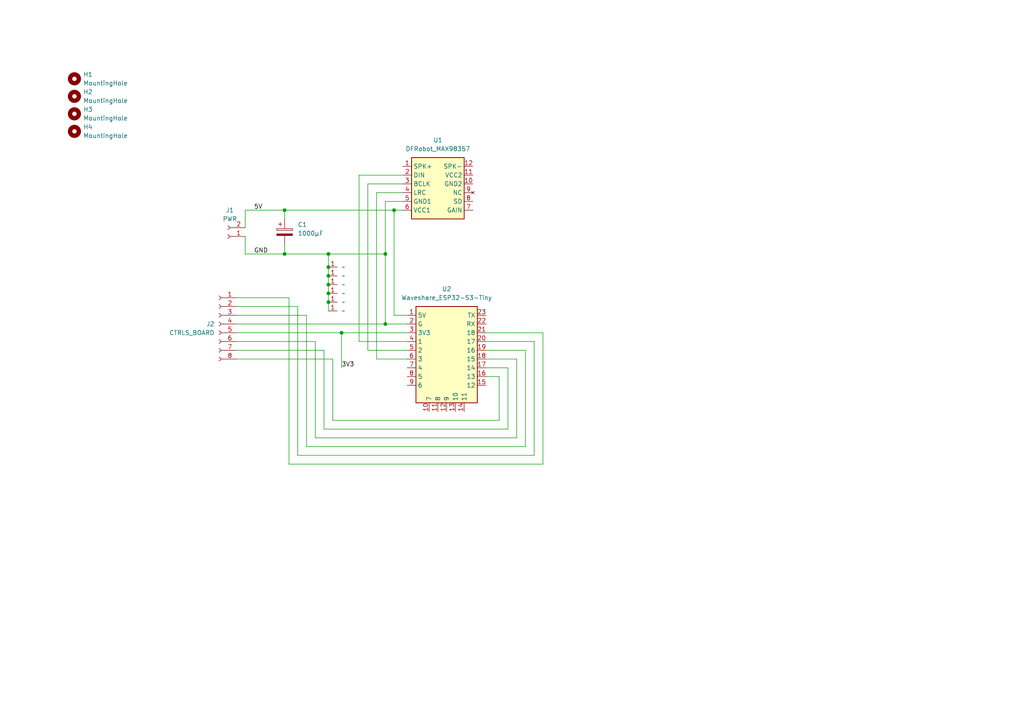
<source format=kicad_sch>
(kicad_sch
	(version 20250114)
	(generator "eeschema")
	(generator_version "9.0")
	(uuid "5d161dc1-54ae-4b00-a0d5-234581851ead")
	(paper "A4")
	(lib_symbols
		(symbol "Connector:Conn_01x02_Socket"
			(pin_names
				(offset 1.016)
				(hide yes)
			)
			(exclude_from_sim no)
			(in_bom yes)
			(on_board yes)
			(property "Reference" "J"
				(at 0 2.54 0)
				(effects
					(font
						(size 1.27 1.27)
					)
				)
			)
			(property "Value" "Conn_01x02_Socket"
				(at 0 -5.08 0)
				(effects
					(font
						(size 1.27 1.27)
					)
				)
			)
			(property "Footprint" ""
				(at 0 0 0)
				(effects
					(font
						(size 1.27 1.27)
					)
					(hide yes)
				)
			)
			(property "Datasheet" "~"
				(at 0 0 0)
				(effects
					(font
						(size 1.27 1.27)
					)
					(hide yes)
				)
			)
			(property "Description" "Generic connector, single row, 01x02, script generated"
				(at 0 0 0)
				(effects
					(font
						(size 1.27 1.27)
					)
					(hide yes)
				)
			)
			(property "ki_locked" ""
				(at 0 0 0)
				(effects
					(font
						(size 1.27 1.27)
					)
				)
			)
			(property "ki_keywords" "connector"
				(at 0 0 0)
				(effects
					(font
						(size 1.27 1.27)
					)
					(hide yes)
				)
			)
			(property "ki_fp_filters" "Connector*:*_1x??_*"
				(at 0 0 0)
				(effects
					(font
						(size 1.27 1.27)
					)
					(hide yes)
				)
			)
			(symbol "Conn_01x02_Socket_1_1"
				(polyline
					(pts
						(xy -1.27 0) (xy -0.508 0)
					)
					(stroke
						(width 0.1524)
						(type default)
					)
					(fill
						(type none)
					)
				)
				(polyline
					(pts
						(xy -1.27 -2.54) (xy -0.508 -2.54)
					)
					(stroke
						(width 0.1524)
						(type default)
					)
					(fill
						(type none)
					)
				)
				(arc
					(start 0 -0.508)
					(mid -0.5058 0)
					(end 0 0.508)
					(stroke
						(width 0.1524)
						(type default)
					)
					(fill
						(type none)
					)
				)
				(arc
					(start 0 -3.048)
					(mid -0.5058 -2.54)
					(end 0 -2.032)
					(stroke
						(width 0.1524)
						(type default)
					)
					(fill
						(type none)
					)
				)
				(pin passive line
					(at -5.08 0 0)
					(length 3.81)
					(name "Pin_1"
						(effects
							(font
								(size 1.27 1.27)
							)
						)
					)
					(number "1"
						(effects
							(font
								(size 1.27 1.27)
							)
						)
					)
				)
				(pin passive line
					(at -5.08 -2.54 0)
					(length 3.81)
					(name "Pin_2"
						(effects
							(font
								(size 1.27 1.27)
							)
						)
					)
					(number "2"
						(effects
							(font
								(size 1.27 1.27)
							)
						)
					)
				)
			)
			(embedded_fonts no)
		)
		(symbol "Connector:Conn_01x08_Socket"
			(pin_names
				(offset 1.016)
				(hide yes)
			)
			(exclude_from_sim no)
			(in_bom yes)
			(on_board yes)
			(property "Reference" "J"
				(at 0 10.16 0)
				(effects
					(font
						(size 1.27 1.27)
					)
				)
			)
			(property "Value" "Conn_01x08_Socket"
				(at 0 -12.7 0)
				(effects
					(font
						(size 1.27 1.27)
					)
				)
			)
			(property "Footprint" ""
				(at 0 0 0)
				(effects
					(font
						(size 1.27 1.27)
					)
					(hide yes)
				)
			)
			(property "Datasheet" "~"
				(at 0 0 0)
				(effects
					(font
						(size 1.27 1.27)
					)
					(hide yes)
				)
			)
			(property "Description" "Generic connector, single row, 01x08, script generated"
				(at 0 0 0)
				(effects
					(font
						(size 1.27 1.27)
					)
					(hide yes)
				)
			)
			(property "ki_locked" ""
				(at 0 0 0)
				(effects
					(font
						(size 1.27 1.27)
					)
				)
			)
			(property "ki_keywords" "connector"
				(at 0 0 0)
				(effects
					(font
						(size 1.27 1.27)
					)
					(hide yes)
				)
			)
			(property "ki_fp_filters" "Connector*:*_1x??_*"
				(at 0 0 0)
				(effects
					(font
						(size 1.27 1.27)
					)
					(hide yes)
				)
			)
			(symbol "Conn_01x08_Socket_1_1"
				(polyline
					(pts
						(xy -1.27 7.62) (xy -0.508 7.62)
					)
					(stroke
						(width 0.1524)
						(type default)
					)
					(fill
						(type none)
					)
				)
				(polyline
					(pts
						(xy -1.27 5.08) (xy -0.508 5.08)
					)
					(stroke
						(width 0.1524)
						(type default)
					)
					(fill
						(type none)
					)
				)
				(polyline
					(pts
						(xy -1.27 2.54) (xy -0.508 2.54)
					)
					(stroke
						(width 0.1524)
						(type default)
					)
					(fill
						(type none)
					)
				)
				(polyline
					(pts
						(xy -1.27 0) (xy -0.508 0)
					)
					(stroke
						(width 0.1524)
						(type default)
					)
					(fill
						(type none)
					)
				)
				(polyline
					(pts
						(xy -1.27 -2.54) (xy -0.508 -2.54)
					)
					(stroke
						(width 0.1524)
						(type default)
					)
					(fill
						(type none)
					)
				)
				(polyline
					(pts
						(xy -1.27 -5.08) (xy -0.508 -5.08)
					)
					(stroke
						(width 0.1524)
						(type default)
					)
					(fill
						(type none)
					)
				)
				(polyline
					(pts
						(xy -1.27 -7.62) (xy -0.508 -7.62)
					)
					(stroke
						(width 0.1524)
						(type default)
					)
					(fill
						(type none)
					)
				)
				(polyline
					(pts
						(xy -1.27 -10.16) (xy -0.508 -10.16)
					)
					(stroke
						(width 0.1524)
						(type default)
					)
					(fill
						(type none)
					)
				)
				(arc
					(start 0 7.112)
					(mid -0.5058 7.62)
					(end 0 8.128)
					(stroke
						(width 0.1524)
						(type default)
					)
					(fill
						(type none)
					)
				)
				(arc
					(start 0 4.572)
					(mid -0.5058 5.08)
					(end 0 5.588)
					(stroke
						(width 0.1524)
						(type default)
					)
					(fill
						(type none)
					)
				)
				(arc
					(start 0 2.032)
					(mid -0.5058 2.54)
					(end 0 3.048)
					(stroke
						(width 0.1524)
						(type default)
					)
					(fill
						(type none)
					)
				)
				(arc
					(start 0 -0.508)
					(mid -0.5058 0)
					(end 0 0.508)
					(stroke
						(width 0.1524)
						(type default)
					)
					(fill
						(type none)
					)
				)
				(arc
					(start 0 -3.048)
					(mid -0.5058 -2.54)
					(end 0 -2.032)
					(stroke
						(width 0.1524)
						(type default)
					)
					(fill
						(type none)
					)
				)
				(arc
					(start 0 -5.588)
					(mid -0.5058 -5.08)
					(end 0 -4.572)
					(stroke
						(width 0.1524)
						(type default)
					)
					(fill
						(type none)
					)
				)
				(arc
					(start 0 -8.128)
					(mid -0.5058 -7.62)
					(end 0 -7.112)
					(stroke
						(width 0.1524)
						(type default)
					)
					(fill
						(type none)
					)
				)
				(arc
					(start 0 -10.668)
					(mid -0.5058 -10.16)
					(end 0 -9.652)
					(stroke
						(width 0.1524)
						(type default)
					)
					(fill
						(type none)
					)
				)
				(pin passive line
					(at -5.08 7.62 0)
					(length 3.81)
					(name "Pin_1"
						(effects
							(font
								(size 1.27 1.27)
							)
						)
					)
					(number "1"
						(effects
							(font
								(size 1.27 1.27)
							)
						)
					)
				)
				(pin passive line
					(at -5.08 5.08 0)
					(length 3.81)
					(name "Pin_2"
						(effects
							(font
								(size 1.27 1.27)
							)
						)
					)
					(number "2"
						(effects
							(font
								(size 1.27 1.27)
							)
						)
					)
				)
				(pin passive line
					(at -5.08 2.54 0)
					(length 3.81)
					(name "Pin_3"
						(effects
							(font
								(size 1.27 1.27)
							)
						)
					)
					(number "3"
						(effects
							(font
								(size 1.27 1.27)
							)
						)
					)
				)
				(pin passive line
					(at -5.08 0 0)
					(length 3.81)
					(name "Pin_4"
						(effects
							(font
								(size 1.27 1.27)
							)
						)
					)
					(number "4"
						(effects
							(font
								(size 1.27 1.27)
							)
						)
					)
				)
				(pin passive line
					(at -5.08 -2.54 0)
					(length 3.81)
					(name "Pin_5"
						(effects
							(font
								(size 1.27 1.27)
							)
						)
					)
					(number "5"
						(effects
							(font
								(size 1.27 1.27)
							)
						)
					)
				)
				(pin passive line
					(at -5.08 -5.08 0)
					(length 3.81)
					(name "Pin_6"
						(effects
							(font
								(size 1.27 1.27)
							)
						)
					)
					(number "6"
						(effects
							(font
								(size 1.27 1.27)
							)
						)
					)
				)
				(pin passive line
					(at -5.08 -7.62 0)
					(length 3.81)
					(name "Pin_7"
						(effects
							(font
								(size 1.27 1.27)
							)
						)
					)
					(number "7"
						(effects
							(font
								(size 1.27 1.27)
							)
						)
					)
				)
				(pin passive line
					(at -5.08 -10.16 0)
					(length 3.81)
					(name "Pin_8"
						(effects
							(font
								(size 1.27 1.27)
							)
						)
					)
					(number "8"
						(effects
							(font
								(size 1.27 1.27)
							)
						)
					)
				)
			)
			(embedded_fonts no)
		)
		(symbol "Custom Symbols:DFRobot_MAX98357"
			(exclude_from_sim no)
			(in_bom yes)
			(on_board yes)
			(property "Reference" "U"
				(at -7.62 19.05 0)
				(effects
					(font
						(size 1.27 1.27)
					)
				)
			)
			(property "Value" "DFRobot_MAX98357"
				(at 7.62 19.05 0)
				(effects
					(font
						(size 1.27 1.27)
					)
				)
			)
			(property "Footprint" "Custom Footprints:DFRobot_MAX98357"
				(at 0 0 0)
				(effects
					(font
						(size 1.27 1.27)
					)
					(hide yes)
				)
			)
			(property "Datasheet" ""
				(at 0 0 0)
				(effects
					(font
						(size 1.27 1.27)
					)
					(hide yes)
				)
			)
			(property "Description" ""
				(at 0 0 0)
				(effects
					(font
						(size 1.27 1.27)
					)
					(hide yes)
				)
			)
			(symbol "DFRobot_MAX98357_0_1"
				(rectangle
					(start -7.62 17.78)
					(end 7.62 0)
					(stroke
						(width 0.254)
						(type default)
					)
					(fill
						(type background)
					)
				)
			)
			(symbol "DFRobot_MAX98357_1_1"
				(pin output line
					(at -10.16 15.24 0)
					(length 2.54)
					(name "SPK+"
						(effects
							(font
								(size 1.27 1.27)
							)
						)
					)
					(number "1"
						(effects
							(font
								(size 1.27 1.27)
							)
						)
					)
				)
				(pin input line
					(at -10.16 12.7 0)
					(length 2.54)
					(name "DIN"
						(effects
							(font
								(size 1.27 1.27)
							)
						)
					)
					(number "2"
						(effects
							(font
								(size 1.27 1.27)
							)
						)
					)
				)
				(pin input line
					(at -10.16 10.16 0)
					(length 2.54)
					(name "BCLK"
						(effects
							(font
								(size 1.27 1.27)
							)
						)
					)
					(number "3"
						(effects
							(font
								(size 1.27 1.27)
							)
						)
					)
				)
				(pin input line
					(at -10.16 7.62 0)
					(length 2.54)
					(name "LRC"
						(effects
							(font
								(size 1.27 1.27)
							)
						)
					)
					(number "4"
						(effects
							(font
								(size 1.27 1.27)
							)
						)
					)
				)
				(pin power_in line
					(at -10.16 5.08 0)
					(length 2.54)
					(name "GND1"
						(effects
							(font
								(size 1.27 1.27)
							)
						)
					)
					(number "5"
						(effects
							(font
								(size 1.27 1.27)
							)
						)
					)
				)
				(pin power_in line
					(at -10.16 2.54 0)
					(length 2.54)
					(name "VCC1"
						(effects
							(font
								(size 1.27 1.27)
							)
						)
					)
					(number "6"
						(effects
							(font
								(size 1.27 1.27)
							)
						)
					)
				)
				(pin output line
					(at 10.16 15.24 180)
					(length 2.54)
					(name "SPK-"
						(effects
							(font
								(size 1.27 1.27)
							)
						)
					)
					(number "12"
						(effects
							(font
								(size 1.27 1.27)
							)
						)
					)
				)
				(pin power_in line
					(at 10.16 12.7 180)
					(length 2.54)
					(name "VCC2"
						(effects
							(font
								(size 1.27 1.27)
							)
						)
					)
					(number "11"
						(effects
							(font
								(size 1.27 1.27)
							)
						)
					)
				)
				(pin power_in line
					(at 10.16 10.16 180)
					(length 2.54)
					(name "GND2"
						(effects
							(font
								(size 1.27 1.27)
							)
						)
					)
					(number "10"
						(effects
							(font
								(size 1.27 1.27)
							)
						)
					)
				)
				(pin no_connect line
					(at 10.16 7.62 180)
					(length 2.54)
					(name "NC"
						(effects
							(font
								(size 1.27 1.27)
							)
						)
					)
					(number "9"
						(effects
							(font
								(size 1.27 1.27)
							)
						)
					)
				)
				(pin input line
					(at 10.16 5.08 180)
					(length 2.54)
					(name "SD"
						(effects
							(font
								(size 1.27 1.27)
							)
						)
					)
					(number "8"
						(effects
							(font
								(size 1.27 1.27)
							)
						)
					)
				)
				(pin input line
					(at 10.16 2.54 180)
					(length 2.54)
					(name "GAIN"
						(effects
							(font
								(size 1.27 1.27)
							)
						)
					)
					(number "7"
						(effects
							(font
								(size 1.27 1.27)
							)
						)
					)
				)
			)
			(embedded_fonts no)
		)
		(symbol "Custom Symbols:Solder_pad"
			(exclude_from_sim no)
			(in_bom yes)
			(on_board yes)
			(property "Reference" "U"
				(at 0 0 0)
				(effects
					(font
						(size 1.27 1.27)
					)
					(hide yes)
				)
			)
			(property "Value" ""
				(at 0 0 0)
				(effects
					(font
						(size 1.27 1.27)
					)
				)
			)
			(property "Footprint" "Custom Footprints:Solder pad 1.6x3.3mm"
				(at 0 0 0)
				(effects
					(font
						(size 1.27 1.27)
					)
					(hide yes)
				)
			)
			(property "Datasheet" ""
				(at 0 0 0)
				(effects
					(font
						(size 1.27 1.27)
					)
					(hide yes)
				)
			)
			(property "Description" ""
				(at 0 0 0)
				(effects
					(font
						(size 1.27 1.27)
					)
					(hide yes)
				)
			)
			(symbol "Solder_pad_1_1"
				(pin power_in line
					(at 0 0 0)
					(length 2.54)
					(name ""
						(effects
							(font
								(size 1.27 1.27)
							)
						)
					)
					(number "1"
						(effects
							(font
								(size 1.27 1.27)
							)
						)
					)
				)
			)
			(embedded_fonts no)
		)
		(symbol "Custom Symbols:Waveshare_ESP32-S3-Tiny"
			(exclude_from_sim no)
			(in_bom yes)
			(on_board yes)
			(property "Reference" "U"
				(at -8.382 29.972 0)
				(effects
					(font
						(size 1.27 1.27)
					)
				)
			)
			(property "Value" "Waveshare_ESP32-S3-Tiny"
				(at 8.89 29.972 0)
				(effects
					(font
						(size 1.27 1.27)
					)
				)
			)
			(property "Footprint" "Custom Footprints:Waveshare_ESP32-S3-Tiny"
				(at 1.27 2.54 0)
				(effects
					(font
						(size 1.27 1.27)
					)
					(hide yes)
				)
			)
			(property "Datasheet" ""
				(at 1.27 2.54 0)
				(effects
					(font
						(size 1.27 1.27)
					)
					(hide yes)
				)
			)
			(property "Description" ""
				(at 1.27 2.54 0)
				(effects
					(font
						(size 1.27 1.27)
					)
					(hide yes)
				)
			)
			(symbol "Waveshare_ESP32-S3-Tiny_0_1"
				(rectangle
					(start -8.89 27.94)
					(end 8.89 0)
					(stroke
						(width 0.254)
						(type default)
					)
					(fill
						(type background)
					)
				)
			)
			(symbol "Waveshare_ESP32-S3-Tiny_1_1"
				(pin power_in line
					(at -11.43 25.4 0)
					(length 2.54)
					(name "5V"
						(effects
							(font
								(size 1.27 1.27)
							)
						)
					)
					(number "1"
						(effects
							(font
								(size 1.27 1.27)
							)
						)
					)
				)
				(pin power_in line
					(at -11.43 22.86 0)
					(length 2.54)
					(name "G"
						(effects
							(font
								(size 1.27 1.27)
							)
						)
					)
					(number "2"
						(effects
							(font
								(size 1.27 1.27)
							)
						)
					)
				)
				(pin power_out line
					(at -11.43 20.32 0)
					(length 2.54)
					(name "3V3"
						(effects
							(font
								(size 1.27 1.27)
							)
						)
					)
					(number "3"
						(effects
							(font
								(size 1.27 1.27)
							)
						)
					)
				)
				(pin bidirectional line
					(at -11.43 17.78 0)
					(length 2.54)
					(name "1"
						(effects
							(font
								(size 1.27 1.27)
							)
						)
					)
					(number "4"
						(effects
							(font
								(size 1.27 1.27)
							)
						)
					)
				)
				(pin bidirectional line
					(at -11.43 15.24 0)
					(length 2.54)
					(name "2"
						(effects
							(font
								(size 1.27 1.27)
							)
						)
					)
					(number "5"
						(effects
							(font
								(size 1.27 1.27)
							)
						)
					)
				)
				(pin bidirectional line
					(at -11.43 12.7 0)
					(length 2.54)
					(name "3"
						(effects
							(font
								(size 1.27 1.27)
							)
						)
					)
					(number "6"
						(effects
							(font
								(size 1.27 1.27)
							)
						)
					)
				)
				(pin bidirectional line
					(at -11.43 10.16 0)
					(length 2.54)
					(name "4"
						(effects
							(font
								(size 1.27 1.27)
							)
						)
					)
					(number "7"
						(effects
							(font
								(size 1.27 1.27)
							)
						)
					)
				)
				(pin bidirectional line
					(at -11.43 7.62 0)
					(length 2.54)
					(name "5"
						(effects
							(font
								(size 1.27 1.27)
							)
						)
					)
					(number "8"
						(effects
							(font
								(size 1.27 1.27)
							)
						)
					)
				)
				(pin bidirectional line
					(at -11.43 5.08 0)
					(length 2.54)
					(name "6"
						(effects
							(font
								(size 1.27 1.27)
							)
						)
					)
					(number "9"
						(effects
							(font
								(size 1.27 1.27)
							)
						)
					)
				)
				(pin bidirectional line
					(at -5.08 -2.54 90)
					(length 2.54)
					(name "7"
						(effects
							(font
								(size 1.27 1.27)
							)
						)
					)
					(number "10"
						(effects
							(font
								(size 1.27 1.27)
							)
						)
					)
				)
				(pin bidirectional line
					(at -2.54 -2.54 90)
					(length 2.54)
					(name "8"
						(effects
							(font
								(size 1.27 1.27)
							)
						)
					)
					(number "11"
						(effects
							(font
								(size 1.27 1.27)
							)
						)
					)
				)
				(pin bidirectional line
					(at 0 -2.54 90)
					(length 2.54)
					(name "9"
						(effects
							(font
								(size 1.27 1.27)
							)
						)
					)
					(number "12"
						(effects
							(font
								(size 1.27 1.27)
							)
						)
					)
				)
				(pin bidirectional line
					(at 2.54 -2.54 90)
					(length 2.54)
					(name "10"
						(effects
							(font
								(size 1.27 1.27)
							)
						)
					)
					(number "13"
						(effects
							(font
								(size 1.27 1.27)
							)
						)
					)
				)
				(pin bidirectional line
					(at 5.08 -2.54 90)
					(length 2.54)
					(name "11"
						(effects
							(font
								(size 1.27 1.27)
							)
						)
					)
					(number "14"
						(effects
							(font
								(size 1.27 1.27)
							)
						)
					)
				)
				(pin output line
					(at 11.43 25.4 180)
					(length 2.54)
					(name "TX"
						(effects
							(font
								(size 1.27 1.27)
							)
						)
					)
					(number "23"
						(effects
							(font
								(size 1.27 1.27)
							)
						)
					)
				)
				(pin input line
					(at 11.43 22.86 180)
					(length 2.54)
					(name "RX"
						(effects
							(font
								(size 1.27 1.27)
							)
						)
					)
					(number "22"
						(effects
							(font
								(size 1.27 1.27)
							)
						)
					)
				)
				(pin bidirectional line
					(at 11.43 20.32 180)
					(length 2.54)
					(name "18"
						(effects
							(font
								(size 1.27 1.27)
							)
						)
					)
					(number "21"
						(effects
							(font
								(size 1.27 1.27)
							)
						)
					)
				)
				(pin bidirectional line
					(at 11.43 17.78 180)
					(length 2.54)
					(name "17"
						(effects
							(font
								(size 1.27 1.27)
							)
						)
					)
					(number "20"
						(effects
							(font
								(size 1.27 1.27)
							)
						)
					)
				)
				(pin bidirectional line
					(at 11.43 15.24 180)
					(length 2.54)
					(name "16"
						(effects
							(font
								(size 1.27 1.27)
							)
						)
					)
					(number "19"
						(effects
							(font
								(size 1.27 1.27)
							)
						)
					)
				)
				(pin bidirectional line
					(at 11.43 12.7 180)
					(length 2.54)
					(name "15"
						(effects
							(font
								(size 1.27 1.27)
							)
						)
					)
					(number "18"
						(effects
							(font
								(size 1.27 1.27)
							)
						)
					)
				)
				(pin bidirectional line
					(at 11.43 10.16 180)
					(length 2.54)
					(name "14"
						(effects
							(font
								(size 1.27 1.27)
							)
						)
					)
					(number "17"
						(effects
							(font
								(size 1.27 1.27)
							)
						)
					)
				)
				(pin bidirectional line
					(at 11.43 7.62 180)
					(length 2.54)
					(name "13"
						(effects
							(font
								(size 1.27 1.27)
							)
						)
					)
					(number "16"
						(effects
							(font
								(size 1.27 1.27)
							)
						)
					)
				)
				(pin bidirectional line
					(at 11.43 5.08 180)
					(length 2.54)
					(name "12"
						(effects
							(font
								(size 1.27 1.27)
							)
						)
					)
					(number "15"
						(effects
							(font
								(size 1.27 1.27)
							)
						)
					)
				)
			)
			(embedded_fonts no)
		)
		(symbol "Device:C_Polarized"
			(pin_numbers
				(hide yes)
			)
			(pin_names
				(offset 0.254)
			)
			(exclude_from_sim no)
			(in_bom yes)
			(on_board yes)
			(property "Reference" "C"
				(at 0.635 2.54 0)
				(effects
					(font
						(size 1.27 1.27)
					)
					(justify left)
				)
			)
			(property "Value" "C_Polarized"
				(at 0.635 -2.54 0)
				(effects
					(font
						(size 1.27 1.27)
					)
					(justify left)
				)
			)
			(property "Footprint" ""
				(at 0.9652 -3.81 0)
				(effects
					(font
						(size 1.27 1.27)
					)
					(hide yes)
				)
			)
			(property "Datasheet" "~"
				(at 0 0 0)
				(effects
					(font
						(size 1.27 1.27)
					)
					(hide yes)
				)
			)
			(property "Description" "Polarized capacitor"
				(at 0 0 0)
				(effects
					(font
						(size 1.27 1.27)
					)
					(hide yes)
				)
			)
			(property "ki_keywords" "cap capacitor"
				(at 0 0 0)
				(effects
					(font
						(size 1.27 1.27)
					)
					(hide yes)
				)
			)
			(property "ki_fp_filters" "CP_*"
				(at 0 0 0)
				(effects
					(font
						(size 1.27 1.27)
					)
					(hide yes)
				)
			)
			(symbol "C_Polarized_0_1"
				(rectangle
					(start -2.286 0.508)
					(end 2.286 1.016)
					(stroke
						(width 0)
						(type default)
					)
					(fill
						(type none)
					)
				)
				(polyline
					(pts
						(xy -1.778 2.286) (xy -0.762 2.286)
					)
					(stroke
						(width 0)
						(type default)
					)
					(fill
						(type none)
					)
				)
				(polyline
					(pts
						(xy -1.27 2.794) (xy -1.27 1.778)
					)
					(stroke
						(width 0)
						(type default)
					)
					(fill
						(type none)
					)
				)
				(rectangle
					(start 2.286 -0.508)
					(end -2.286 -1.016)
					(stroke
						(width 0)
						(type default)
					)
					(fill
						(type outline)
					)
				)
			)
			(symbol "C_Polarized_1_1"
				(pin passive line
					(at 0 3.81 270)
					(length 2.794)
					(name "~"
						(effects
							(font
								(size 1.27 1.27)
							)
						)
					)
					(number "1"
						(effects
							(font
								(size 1.27 1.27)
							)
						)
					)
				)
				(pin passive line
					(at 0 -3.81 90)
					(length 2.794)
					(name "~"
						(effects
							(font
								(size 1.27 1.27)
							)
						)
					)
					(number "2"
						(effects
							(font
								(size 1.27 1.27)
							)
						)
					)
				)
			)
			(embedded_fonts no)
		)
		(symbol "Mechanical:MountingHole"
			(pin_names
				(offset 1.016)
			)
			(exclude_from_sim no)
			(in_bom no)
			(on_board yes)
			(property "Reference" "H"
				(at 0 5.08 0)
				(effects
					(font
						(size 1.27 1.27)
					)
				)
			)
			(property "Value" "MountingHole"
				(at 0 3.175 0)
				(effects
					(font
						(size 1.27 1.27)
					)
				)
			)
			(property "Footprint" ""
				(at 0 0 0)
				(effects
					(font
						(size 1.27 1.27)
					)
					(hide yes)
				)
			)
			(property "Datasheet" "~"
				(at 0 0 0)
				(effects
					(font
						(size 1.27 1.27)
					)
					(hide yes)
				)
			)
			(property "Description" "Mounting Hole without connection"
				(at 0 0 0)
				(effects
					(font
						(size 1.27 1.27)
					)
					(hide yes)
				)
			)
			(property "ki_keywords" "mounting hole"
				(at 0 0 0)
				(effects
					(font
						(size 1.27 1.27)
					)
					(hide yes)
				)
			)
			(property "ki_fp_filters" "MountingHole*"
				(at 0 0 0)
				(effects
					(font
						(size 1.27 1.27)
					)
					(hide yes)
				)
			)
			(symbol "MountingHole_0_1"
				(circle
					(center 0 0)
					(radius 1.27)
					(stroke
						(width 1.27)
						(type default)
					)
					(fill
						(type none)
					)
				)
			)
			(embedded_fonts no)
		)
	)
	(junction
		(at 95.25 73.66)
		(diameter 0)
		(color 0 0 0 0)
		(uuid "0a644f7a-9cf7-474c-9751-4ad6b3a2aeee")
	)
	(junction
		(at 111.76 73.66)
		(diameter 0)
		(color 0 0 0 0)
		(uuid "24948a7c-d8af-4102-a185-f288c0af621e")
	)
	(junction
		(at 95.25 77.47)
		(diameter 0)
		(color 0 0 0 0)
		(uuid "286c9c47-b349-4e1d-a424-19fe3e21ed84")
	)
	(junction
		(at 95.25 80.01)
		(diameter 0)
		(color 0 0 0 0)
		(uuid "2a70532e-debb-488a-a53f-b51d0cc1f98c")
	)
	(junction
		(at 82.55 73.66)
		(diameter 0)
		(color 0 0 0 0)
		(uuid "34110c3c-5102-437a-9282-5f523b992492")
	)
	(junction
		(at 114.3 60.96)
		(diameter 0)
		(color 0 0 0 0)
		(uuid "3f348e82-87ff-4910-bddd-a740403383fa")
	)
	(junction
		(at 95.25 82.55)
		(diameter 0)
		(color 0 0 0 0)
		(uuid "4f1e5459-3e7f-4b54-8343-09242117c55e")
	)
	(junction
		(at 95.25 87.63)
		(diameter 0)
		(color 0 0 0 0)
		(uuid "50833651-b8ed-4c97-a5c9-44666b434bf6")
	)
	(junction
		(at 82.55 60.96)
		(diameter 0)
		(color 0 0 0 0)
		(uuid "81e078f9-2a4c-416b-819d-49fff54e1055")
	)
	(junction
		(at 95.25 85.09)
		(diameter 0)
		(color 0 0 0 0)
		(uuid "a60d095a-cf56-42f1-9a23-7b17a5a0b3e5")
	)
	(junction
		(at 111.76 93.98)
		(diameter 0)
		(color 0 0 0 0)
		(uuid "d364c285-ec72-4adc-a63f-5af170022434")
	)
	(junction
		(at 99.06 96.52)
		(diameter 0)
		(color 0 0 0 0)
		(uuid "ee24207b-ffd8-4ade-83dd-0c388ebf4934")
	)
	(wire
		(pts
			(xy 147.32 106.68) (xy 140.97 106.68)
		)
		(stroke
			(width 0)
			(type default)
		)
		(uuid "0351c2aa-3ae4-4734-96f1-68155fa17f3d")
	)
	(wire
		(pts
			(xy 154.94 99.06) (xy 140.97 99.06)
		)
		(stroke
			(width 0)
			(type default)
		)
		(uuid "0569ec49-4eee-4439-86bd-2f46db630782")
	)
	(wire
		(pts
			(xy 144.78 121.92) (xy 144.78 109.22)
		)
		(stroke
			(width 0)
			(type default)
		)
		(uuid "0a77eaf8-fcdb-4490-90c5-a70047420b95")
	)
	(wire
		(pts
			(xy 93.98 124.46) (xy 93.98 101.6)
		)
		(stroke
			(width 0)
			(type default)
		)
		(uuid "0d471be7-d2de-4c59-9af1-93a5b0bd1181")
	)
	(wire
		(pts
			(xy 82.55 60.96) (xy 82.55 63.5)
		)
		(stroke
			(width 0)
			(type default)
		)
		(uuid "0da5a68c-5017-4164-a84c-1ae5c553ace3")
	)
	(wire
		(pts
			(xy 82.55 73.66) (xy 82.55 71.12)
		)
		(stroke
			(width 0)
			(type default)
		)
		(uuid "0eabc035-3826-4559-b26a-11e49a725529")
	)
	(wire
		(pts
			(xy 116.84 50.8) (xy 104.14 50.8)
		)
		(stroke
			(width 0)
			(type default)
		)
		(uuid "155aa2f6-ebcf-4337-9f60-516323dbde08")
	)
	(wire
		(pts
			(xy 83.82 134.62) (xy 157.48 134.62)
		)
		(stroke
			(width 0)
			(type default)
		)
		(uuid "159033f7-a9dc-4ba0-8700-99f7fe299d97")
	)
	(wire
		(pts
			(xy 95.25 82.55) (xy 95.25 85.09)
		)
		(stroke
			(width 0)
			(type default)
		)
		(uuid "25726f24-3712-43de-9e82-827a228fb9fb")
	)
	(wire
		(pts
			(xy 88.9 91.44) (xy 68.58 91.44)
		)
		(stroke
			(width 0)
			(type default)
		)
		(uuid "323839eb-8d74-4d83-abc4-608eac495aac")
	)
	(wire
		(pts
			(xy 71.12 60.96) (xy 82.55 60.96)
		)
		(stroke
			(width 0)
			(type default)
		)
		(uuid "32c463ca-a066-4363-a192-fd9fd1e7ff56")
	)
	(wire
		(pts
			(xy 149.86 127) (xy 149.86 104.14)
		)
		(stroke
			(width 0)
			(type default)
		)
		(uuid "34d98957-e1cc-4ef1-a60f-bd7dcff2efc5")
	)
	(wire
		(pts
			(xy 109.22 55.88) (xy 109.22 104.14)
		)
		(stroke
			(width 0)
			(type default)
		)
		(uuid "35a22576-5ed7-4a4f-bf0c-b42890615ac4")
	)
	(wire
		(pts
			(xy 99.06 96.52) (xy 118.11 96.52)
		)
		(stroke
			(width 0)
			(type default)
		)
		(uuid "37ef2a73-e62e-4175-9af7-012a75ea8346")
	)
	(wire
		(pts
			(xy 157.48 96.52) (xy 140.97 96.52)
		)
		(stroke
			(width 0)
			(type default)
		)
		(uuid "38754283-7d4e-4ce4-891c-2a3c96599a9b")
	)
	(wire
		(pts
			(xy 93.98 124.46) (xy 147.32 124.46)
		)
		(stroke
			(width 0)
			(type default)
		)
		(uuid "3a1a3004-739e-48dc-90ee-abbb7ff968ee")
	)
	(wire
		(pts
			(xy 118.11 91.44) (xy 114.3 91.44)
		)
		(stroke
			(width 0)
			(type default)
		)
		(uuid "3cbb6f37-92fd-447d-ac53-8cec9d5e629e")
	)
	(wire
		(pts
			(xy 88.9 91.44) (xy 88.9 129.54)
		)
		(stroke
			(width 0)
			(type default)
		)
		(uuid "43d68390-3197-4f7d-878e-07b6a1427501")
	)
	(wire
		(pts
			(xy 86.36 88.9) (xy 86.36 132.08)
		)
		(stroke
			(width 0)
			(type default)
		)
		(uuid "4af17529-70c1-455e-9d4e-1b20ca983ef0")
	)
	(wire
		(pts
			(xy 83.82 86.36) (xy 68.58 86.36)
		)
		(stroke
			(width 0)
			(type default)
		)
		(uuid "4afc50da-1738-452b-9fd7-4477c574062d")
	)
	(wire
		(pts
			(xy 152.4 101.6) (xy 140.97 101.6)
		)
		(stroke
			(width 0)
			(type default)
		)
		(uuid "52b973e6-4fe7-4d7a-9152-58e2c848a54d")
	)
	(wire
		(pts
			(xy 114.3 91.44) (xy 114.3 60.96)
		)
		(stroke
			(width 0)
			(type default)
		)
		(uuid "56f3f6a5-8bc7-40cb-ba62-9230a9ed749d")
	)
	(wire
		(pts
			(xy 96.52 121.92) (xy 96.52 104.14)
		)
		(stroke
			(width 0)
			(type default)
		)
		(uuid "5712da3d-bc24-4018-bf4b-f96e20ff20cc")
	)
	(wire
		(pts
			(xy 91.44 99.06) (xy 68.58 99.06)
		)
		(stroke
			(width 0)
			(type default)
		)
		(uuid "574ca074-31c2-4444-aa3d-08d1a7fbe346")
	)
	(wire
		(pts
			(xy 82.55 73.66) (xy 95.25 73.66)
		)
		(stroke
			(width 0)
			(type default)
		)
		(uuid "619d094e-8059-4db1-8189-3a149e6c844a")
	)
	(wire
		(pts
			(xy 86.36 88.9) (xy 68.58 88.9)
		)
		(stroke
			(width 0)
			(type default)
		)
		(uuid "6a16d107-a3bf-4935-8a43-b09f27bff7f9")
	)
	(wire
		(pts
			(xy 95.25 77.47) (xy 95.25 80.01)
		)
		(stroke
			(width 0)
			(type default)
		)
		(uuid "6b8a3882-569f-4471-8f8a-c9f0e4bb585c")
	)
	(wire
		(pts
			(xy 149.86 104.14) (xy 140.97 104.14)
		)
		(stroke
			(width 0)
			(type default)
		)
		(uuid "73cfed77-09ab-4791-801f-b2f347b9e156")
	)
	(wire
		(pts
			(xy 91.44 127) (xy 149.86 127)
		)
		(stroke
			(width 0)
			(type default)
		)
		(uuid "77ed3c83-458e-42e3-aab2-fede8f5ef601")
	)
	(wire
		(pts
			(xy 157.48 134.62) (xy 157.48 96.52)
		)
		(stroke
			(width 0)
			(type default)
		)
		(uuid "7a0bdd93-edfc-4b70-9c14-1c3aa2318503")
	)
	(wire
		(pts
			(xy 154.94 132.08) (xy 154.94 99.06)
		)
		(stroke
			(width 0)
			(type default)
		)
		(uuid "7c1c802e-3963-495b-b272-0a7e8fde524f")
	)
	(wire
		(pts
			(xy 104.14 50.8) (xy 104.14 99.06)
		)
		(stroke
			(width 0)
			(type default)
		)
		(uuid "83027b83-6c94-4d8e-822e-5ae103ab0be5")
	)
	(wire
		(pts
			(xy 152.4 129.54) (xy 152.4 101.6)
		)
		(stroke
			(width 0)
			(type default)
		)
		(uuid "8e5e03b9-e1ee-4430-b190-8601e4b5dd54")
	)
	(wire
		(pts
			(xy 82.55 60.96) (xy 114.3 60.96)
		)
		(stroke
			(width 0)
			(type default)
		)
		(uuid "8ed9e119-9692-47ed-bff8-33b785226304")
	)
	(wire
		(pts
			(xy 147.32 124.46) (xy 147.32 106.68)
		)
		(stroke
			(width 0)
			(type default)
		)
		(uuid "90c55809-ee3c-4284-820d-b08856bf38e6")
	)
	(wire
		(pts
			(xy 71.12 73.66) (xy 82.55 73.66)
		)
		(stroke
			(width 0)
			(type default)
		)
		(uuid "91334490-13b4-41ab-b53b-3aa630d6b7fb")
	)
	(wire
		(pts
			(xy 104.14 99.06) (xy 118.11 99.06)
		)
		(stroke
			(width 0)
			(type default)
		)
		(uuid "92f34de3-50eb-4663-bc90-d4a336192fdf")
	)
	(wire
		(pts
			(xy 71.12 68.58) (xy 71.12 73.66)
		)
		(stroke
			(width 0)
			(type default)
		)
		(uuid "9a704a0a-6baf-4211-b3e6-98d86c6f5b63")
	)
	(wire
		(pts
			(xy 83.82 86.36) (xy 83.82 134.62)
		)
		(stroke
			(width 0)
			(type default)
		)
		(uuid "a3521ef9-ea74-418a-97d4-1e6c4e75f821")
	)
	(wire
		(pts
			(xy 71.12 66.04) (xy 71.12 60.96)
		)
		(stroke
			(width 0)
			(type default)
		)
		(uuid "abd36ced-fae1-4f8f-adf0-d6baa65bcd4d")
	)
	(wire
		(pts
			(xy 95.25 73.66) (xy 111.76 73.66)
		)
		(stroke
			(width 0)
			(type default)
		)
		(uuid "b4574f1d-61bc-420c-b826-2fd78b230b1b")
	)
	(wire
		(pts
			(xy 86.36 132.08) (xy 154.94 132.08)
		)
		(stroke
			(width 0)
			(type default)
		)
		(uuid "b7973f01-3eed-4c4b-9d3a-b77890de38b8")
	)
	(wire
		(pts
			(xy 99.06 96.52) (xy 99.06 106.68)
		)
		(stroke
			(width 0)
			(type default)
		)
		(uuid "bd2c56ff-ca33-4e1d-9b94-288c0f8c9347")
	)
	(wire
		(pts
			(xy 95.25 85.09) (xy 95.25 87.63)
		)
		(stroke
			(width 0)
			(type default)
		)
		(uuid "beca6332-b2c9-423b-922c-d989c3318436")
	)
	(wire
		(pts
			(xy 93.98 101.6) (xy 68.58 101.6)
		)
		(stroke
			(width 0)
			(type default)
		)
		(uuid "c0150f04-b569-4c0f-a476-a396b594f08c")
	)
	(wire
		(pts
			(xy 106.68 53.34) (xy 106.68 101.6)
		)
		(stroke
			(width 0)
			(type default)
		)
		(uuid "c6f41710-fb9a-40c8-9ce5-584303df0cfa")
	)
	(wire
		(pts
			(xy 111.76 58.42) (xy 116.84 58.42)
		)
		(stroke
			(width 0)
			(type default)
		)
		(uuid "c8b46a8e-ac9b-46b6-8742-4c563775960e")
	)
	(wire
		(pts
			(xy 95.25 80.01) (xy 95.25 82.55)
		)
		(stroke
			(width 0)
			(type default)
		)
		(uuid "caa371c7-8b61-471e-853e-6f16cd2ee2c0")
	)
	(wire
		(pts
			(xy 111.76 73.66) (xy 111.76 58.42)
		)
		(stroke
			(width 0)
			(type default)
		)
		(uuid "ce60288c-e154-4fd1-a9c5-af4caa53b796")
	)
	(wire
		(pts
			(xy 96.52 121.92) (xy 144.78 121.92)
		)
		(stroke
			(width 0)
			(type default)
		)
		(uuid "d55ec375-7480-46d4-86ed-f6abf968d48f")
	)
	(wire
		(pts
			(xy 95.25 87.63) (xy 95.25 90.17)
		)
		(stroke
			(width 0)
			(type default)
		)
		(uuid "d66ae13b-2041-4ff1-a20a-be2d0c871dbc")
	)
	(wire
		(pts
			(xy 95.25 73.66) (xy 95.25 77.47)
		)
		(stroke
			(width 0)
			(type default)
		)
		(uuid "d77ffbe0-ee7a-4de5-858b-5f7c57773fe1")
	)
	(wire
		(pts
			(xy 88.9 129.54) (xy 152.4 129.54)
		)
		(stroke
			(width 0)
			(type default)
		)
		(uuid "def5e985-bcb5-42ad-a8a6-3e59498ad297")
	)
	(wire
		(pts
			(xy 106.68 101.6) (xy 118.11 101.6)
		)
		(stroke
			(width 0)
			(type default)
		)
		(uuid "e1a98b37-4548-4cb7-9b1e-a29e3cefbb5f")
	)
	(wire
		(pts
			(xy 116.84 55.88) (xy 109.22 55.88)
		)
		(stroke
			(width 0)
			(type default)
		)
		(uuid "e427296b-5505-49bb-8288-808e040993b1")
	)
	(wire
		(pts
			(xy 144.78 109.22) (xy 140.97 109.22)
		)
		(stroke
			(width 0)
			(type default)
		)
		(uuid "ea8480a9-fe00-4e90-bb60-2b232d59d430")
	)
	(wire
		(pts
			(xy 68.58 93.98) (xy 111.76 93.98)
		)
		(stroke
			(width 0)
			(type default)
		)
		(uuid "ebf96c47-a288-49fd-832a-8299a73dcd13")
	)
	(wire
		(pts
			(xy 96.52 104.14) (xy 68.58 104.14)
		)
		(stroke
			(width 0)
			(type default)
		)
		(uuid "ec3fd566-bf36-4c07-bb3f-2de83f35d8be")
	)
	(wire
		(pts
			(xy 68.58 96.52) (xy 99.06 96.52)
		)
		(stroke
			(width 0)
			(type default)
		)
		(uuid "f0298020-6f88-423a-ac0a-39f48e1d6edc")
	)
	(wire
		(pts
			(xy 111.76 93.98) (xy 111.76 73.66)
		)
		(stroke
			(width 0)
			(type default)
		)
		(uuid "f9803aee-2678-4862-8c14-c671bf3f43d4")
	)
	(wire
		(pts
			(xy 91.44 127) (xy 91.44 99.06)
		)
		(stroke
			(width 0)
			(type default)
		)
		(uuid "fae59112-bee9-48f5-952a-5ac8674d994c")
	)
	(wire
		(pts
			(xy 118.11 93.98) (xy 111.76 93.98)
		)
		(stroke
			(width 0)
			(type default)
		)
		(uuid "fbd5e87b-aef0-4a66-bb33-4b7a3507c16d")
	)
	(wire
		(pts
			(xy 114.3 60.96) (xy 116.84 60.96)
		)
		(stroke
			(width 0)
			(type default)
		)
		(uuid "fd7f9657-c5ce-47a9-b15e-574bea6ca9b6")
	)
	(wire
		(pts
			(xy 109.22 104.14) (xy 118.11 104.14)
		)
		(stroke
			(width 0)
			(type default)
		)
		(uuid "fddcaeff-b93d-4578-b5f8-6092fb74ae2c")
	)
	(wire
		(pts
			(xy 116.84 53.34) (xy 106.68 53.34)
		)
		(stroke
			(width 0)
			(type default)
		)
		(uuid "fef5ba00-5e6e-4f2a-a06d-d88931498f36")
	)
	(label "GND"
		(at 73.66 73.66 0)
		(effects
			(font
				(size 1.27 1.27)
			)
			(justify left bottom)
		)
		(uuid "434c2656-c4f8-4709-9713-e78f821d4692")
	)
	(label "5V"
		(at 73.66 60.96 0)
		(effects
			(font
				(size 1.27 1.27)
			)
			(justify left bottom)
		)
		(uuid "bdd637f2-5ae9-4030-a996-ada08755e044")
	)
	(label "3V3"
		(at 99.06 106.68 0)
		(effects
			(font
				(size 1.27 1.27)
			)
			(justify left bottom)
		)
		(uuid "c56bf403-a536-455c-bcef-af5837cdb11e")
	)
	(symbol
		(lib_id "Mechanical:MountingHole")
		(at 21.59 38.1 0)
		(unit 1)
		(exclude_from_sim no)
		(in_bom no)
		(on_board yes)
		(dnp no)
		(fields_autoplaced yes)
		(uuid "0edc27a6-11c2-429e-ab46-f5a289f5ae92")
		(property "Reference" "H4"
			(at 24.13 36.8299 0)
			(effects
				(font
					(size 1.27 1.27)
				)
				(justify left)
			)
		)
		(property "Value" "MountingHole"
			(at 24.13 39.3699 0)
			(effects
				(font
					(size 1.27 1.27)
				)
				(justify left)
			)
		)
		(property "Footprint" "MountingHole:MountingHole_2.2mm_M2_DIN965"
			(at 21.59 38.1 0)
			(effects
				(font
					(size 1.27 1.27)
				)
				(hide yes)
			)
		)
		(property "Datasheet" "~"
			(at 21.59 38.1 0)
			(effects
				(font
					(size 1.27 1.27)
				)
				(hide yes)
			)
		)
		(property "Description" "Mounting Hole without connection"
			(at 21.59 38.1 0)
			(effects
				(font
					(size 1.27 1.27)
				)
				(hide yes)
			)
		)
		(instances
			(project "Main"
				(path "/5d161dc1-54ae-4b00-a0d5-234581851ead"
					(reference "H4")
					(unit 1)
				)
			)
		)
	)
	(symbol
		(lib_id "Custom Symbols:Solder_pad")
		(at 95.25 90.17 0)
		(unit 1)
		(exclude_from_sim no)
		(in_bom yes)
		(on_board yes)
		(dnp no)
		(fields_autoplaced yes)
		(uuid "182899b6-6c1f-4039-9ccd-2e7808922831")
		(property "Reference" "U7"
			(at 95.25 90.17 0)
			(effects
				(font
					(size 1.27 1.27)
				)
				(hide yes)
			)
		)
		(property "Value" "~"
			(at 99.06 90.17 0)
			(effects
				(font
					(size 1.27 1.27)
				)
				(justify left)
			)
		)
		(property "Footprint" "Custom Footprints:Solder pad 1.6x3.3mm"
			(at 95.25 90.17 0)
			(effects
				(font
					(size 1.27 1.27)
				)
				(hide yes)
			)
		)
		(property "Datasheet" ""
			(at 95.25 90.17 0)
			(effects
				(font
					(size 1.27 1.27)
				)
				(hide yes)
			)
		)
		(property "Description" ""
			(at 95.25 90.17 0)
			(effects
				(font
					(size 1.27 1.27)
				)
				(hide yes)
			)
		)
		(pin "1"
			(uuid "44903fee-aebc-47e6-bc2d-3b5767cc424d")
		)
		(instances
			(project "Main"
				(path "/5d161dc1-54ae-4b00-a0d5-234581851ead"
					(reference "U7")
					(unit 1)
				)
			)
		)
	)
	(symbol
		(lib_id "Custom Symbols:Solder_pad")
		(at 95.25 80.01 0)
		(unit 1)
		(exclude_from_sim no)
		(in_bom yes)
		(on_board yes)
		(dnp no)
		(fields_autoplaced yes)
		(uuid "1a06d328-c199-42e5-a3d6-3248c5841d51")
		(property "Reference" "U3"
			(at 95.25 80.01 0)
			(effects
				(font
					(size 1.27 1.27)
				)
				(hide yes)
			)
		)
		(property "Value" "~"
			(at 99.06 80.01 0)
			(effects
				(font
					(size 1.27 1.27)
				)
				(justify left)
			)
		)
		(property "Footprint" "Custom Footprints:Solder pad 1.6x3.3mm"
			(at 95.25 80.01 0)
			(effects
				(font
					(size 1.27 1.27)
				)
				(hide yes)
			)
		)
		(property "Datasheet" ""
			(at 95.25 80.01 0)
			(effects
				(font
					(size 1.27 1.27)
				)
				(hide yes)
			)
		)
		(property "Description" ""
			(at 95.25 80.01 0)
			(effects
				(font
					(size 1.27 1.27)
				)
				(hide yes)
			)
		)
		(pin "1"
			(uuid "85788434-b826-4626-a5af-3732b55a35c5")
		)
		(instances
			(project ""
				(path "/5d161dc1-54ae-4b00-a0d5-234581851ead"
					(reference "U3")
					(unit 1)
				)
			)
		)
	)
	(symbol
		(lib_id "Custom Symbols:Solder_pad")
		(at 95.25 87.63 0)
		(unit 1)
		(exclude_from_sim no)
		(in_bom yes)
		(on_board yes)
		(dnp no)
		(fields_autoplaced yes)
		(uuid "35675623-7ad2-43e4-80b8-76502fb53439")
		(property "Reference" "U6"
			(at 95.25 87.63 0)
			(effects
				(font
					(size 1.27 1.27)
				)
				(hide yes)
			)
		)
		(property "Value" "~"
			(at 99.06 87.63 0)
			(effects
				(font
					(size 1.27 1.27)
				)
				(justify left)
			)
		)
		(property "Footprint" "Custom Footprints:Solder pad 1.6x3.3mm"
			(at 95.25 87.63 0)
			(effects
				(font
					(size 1.27 1.27)
				)
				(hide yes)
			)
		)
		(property "Datasheet" ""
			(at 95.25 87.63 0)
			(effects
				(font
					(size 1.27 1.27)
				)
				(hide yes)
			)
		)
		(property "Description" ""
			(at 95.25 87.63 0)
			(effects
				(font
					(size 1.27 1.27)
				)
				(hide yes)
			)
		)
		(pin "1"
			(uuid "a1b0330b-cc27-4c65-89f2-59ef64b4b765")
		)
		(instances
			(project "Main"
				(path "/5d161dc1-54ae-4b00-a0d5-234581851ead"
					(reference "U6")
					(unit 1)
				)
			)
		)
	)
	(symbol
		(lib_id "Custom Symbols:Solder_pad")
		(at 95.25 82.55 0)
		(unit 1)
		(exclude_from_sim no)
		(in_bom yes)
		(on_board yes)
		(dnp no)
		(fields_autoplaced yes)
		(uuid "489a812f-d795-4544-b080-8a1a121164dc")
		(property "Reference" "U4"
			(at 95.25 82.55 0)
			(effects
				(font
					(size 1.27 1.27)
				)
				(hide yes)
			)
		)
		(property "Value" "~"
			(at 99.06 82.55 0)
			(effects
				(font
					(size 1.27 1.27)
				)
				(justify left)
			)
		)
		(property "Footprint" "Custom Footprints:Solder pad 1.6x3.3mm"
			(at 95.25 82.55 0)
			(effects
				(font
					(size 1.27 1.27)
				)
				(hide yes)
			)
		)
		(property "Datasheet" ""
			(at 95.25 82.55 0)
			(effects
				(font
					(size 1.27 1.27)
				)
				(hide yes)
			)
		)
		(property "Description" ""
			(at 95.25 82.55 0)
			(effects
				(font
					(size 1.27 1.27)
				)
				(hide yes)
			)
		)
		(pin "1"
			(uuid "f7a368c6-01f4-4ea6-9ff8-8f1ad5b5a805")
		)
		(instances
			(project "Main"
				(path "/5d161dc1-54ae-4b00-a0d5-234581851ead"
					(reference "U4")
					(unit 1)
				)
			)
		)
	)
	(symbol
		(lib_id "Custom Symbols:Waveshare_ESP32-S3-Tiny")
		(at 129.54 116.84 0)
		(unit 1)
		(exclude_from_sim no)
		(in_bom yes)
		(on_board yes)
		(dnp no)
		(fields_autoplaced yes)
		(uuid "548edeef-0ab6-46c6-9010-13b028d8c9dc")
		(property "Reference" "U2"
			(at 129.54 83.82 0)
			(effects
				(font
					(size 1.27 1.27)
				)
			)
		)
		(property "Value" "Waveshare_ESP32-S3-Tiny"
			(at 129.54 86.36 0)
			(effects
				(font
					(size 1.27 1.27)
				)
			)
		)
		(property "Footprint" "Custom Footprints:Waveshare_ESP32-S3-Tiny"
			(at 130.81 114.3 0)
			(effects
				(font
					(size 1.27 1.27)
				)
				(hide yes)
			)
		)
		(property "Datasheet" ""
			(at 130.81 114.3 0)
			(effects
				(font
					(size 1.27 1.27)
				)
				(hide yes)
			)
		)
		(property "Description" ""
			(at 130.81 114.3 0)
			(effects
				(font
					(size 1.27 1.27)
				)
				(hide yes)
			)
		)
		(pin "15"
			(uuid "6ea4d63c-bdff-40fa-9fae-ac4c1675efba")
		)
		(pin "4"
			(uuid "a82989b8-1c76-4b7b-a018-a295bf43cbbe")
		)
		(pin "10"
			(uuid "5fd34af4-9da1-40cf-83b1-17597ae533ef")
		)
		(pin "19"
			(uuid "a6c9ca69-be53-43ec-9a3d-3927b8690934")
		)
		(pin "9"
			(uuid "c4b9f485-8541-4069-a772-9a1bc044f577")
		)
		(pin "7"
			(uuid "09c542c6-73ab-4e5c-9de9-bd85e9cede96")
		)
		(pin "8"
			(uuid "96ae25d4-f893-4d3a-ad92-d6ef2228fd37")
		)
		(pin "1"
			(uuid "1868cae2-d712-4981-bbb4-a6bf837b05b0")
		)
		(pin "3"
			(uuid "3cfbf660-d8a1-4669-a542-224499464ba0")
		)
		(pin "5"
			(uuid "c1b591e7-12f1-4820-98f7-9703f4fdf3b8")
		)
		(pin "16"
			(uuid "25682c4b-b37e-492a-928a-efccd1456541")
		)
		(pin "6"
			(uuid "380bbdd0-a098-4a66-84c6-47a3c5f7aa6a")
		)
		(pin "2"
			(uuid "f987f6fb-a594-4bbf-be00-e0b0281c0134")
		)
		(pin "20"
			(uuid "71b4260f-3530-4105-8113-b57390aecf94")
		)
		(pin "18"
			(uuid "3488cb31-1888-46d5-9c64-7de448e72b87")
		)
		(pin "17"
			(uuid "df03921c-3547-4ecf-9100-780be9cef969")
		)
		(pin "14"
			(uuid "73358704-8556-446b-8f3a-5ed17f581e8f")
		)
		(pin "12"
			(uuid "b203c728-6f28-4fce-84dc-fbe4e7f17d24")
		)
		(pin "21"
			(uuid "bb57e796-2869-4c39-b90e-1ca7e0dd3f23")
		)
		(pin "11"
			(uuid "fd8e6e7f-28ff-4fc1-92a1-58328aa73921")
		)
		(pin "13"
			(uuid "f65c4bbe-1a93-4ce5-918a-6ddefe377377")
		)
		(pin "23"
			(uuid "f502ca3f-73b6-4d9c-9532-0bdca7c87cf5")
		)
		(pin "22"
			(uuid "6592cfa1-1cf4-47a7-b960-46fb3c9d2072")
		)
		(instances
			(project ""
				(path "/5d161dc1-54ae-4b00-a0d5-234581851ead"
					(reference "U2")
					(unit 1)
				)
			)
		)
	)
	(symbol
		(lib_id "Custom Symbols:Solder_pad")
		(at 95.25 77.47 0)
		(unit 1)
		(exclude_from_sim no)
		(in_bom yes)
		(on_board yes)
		(dnp no)
		(fields_autoplaced yes)
		(uuid "67e3f598-0214-4d74-8585-4b17082bd640")
		(property "Reference" "U8"
			(at 95.25 77.47 0)
			(effects
				(font
					(size 1.27 1.27)
				)
				(hide yes)
			)
		)
		(property "Value" "~"
			(at 99.06 77.47 0)
			(effects
				(font
					(size 1.27 1.27)
				)
				(justify left)
			)
		)
		(property "Footprint" "Custom Footprints:Solder pad 1.6x3.3mm"
			(at 95.25 77.47 0)
			(effects
				(font
					(size 1.27 1.27)
				)
				(hide yes)
			)
		)
		(property "Datasheet" ""
			(at 95.25 77.47 0)
			(effects
				(font
					(size 1.27 1.27)
				)
				(hide yes)
			)
		)
		(property "Description" ""
			(at 95.25 77.47 0)
			(effects
				(font
					(size 1.27 1.27)
				)
				(hide yes)
			)
		)
		(pin "1"
			(uuid "6a21776e-8a4f-4822-8dfb-17c29f5f4457")
		)
		(instances
			(project "Main"
				(path "/5d161dc1-54ae-4b00-a0d5-234581851ead"
					(reference "U8")
					(unit 1)
				)
			)
		)
	)
	(symbol
		(lib_id "Mechanical:MountingHole")
		(at 21.59 22.86 0)
		(unit 1)
		(exclude_from_sim no)
		(in_bom no)
		(on_board yes)
		(dnp no)
		(fields_autoplaced yes)
		(uuid "6c7c6b07-3ed4-4a06-8e32-5fd05356e0a1")
		(property "Reference" "H1"
			(at 24.13 21.5899 0)
			(effects
				(font
					(size 1.27 1.27)
				)
				(justify left)
			)
		)
		(property "Value" "MountingHole"
			(at 24.13 24.1299 0)
			(effects
				(font
					(size 1.27 1.27)
				)
				(justify left)
			)
		)
		(property "Footprint" "MountingHole:MountingHole_2.2mm_M2_DIN965"
			(at 21.59 22.86 0)
			(effects
				(font
					(size 1.27 1.27)
				)
				(hide yes)
			)
		)
		(property "Datasheet" "~"
			(at 21.59 22.86 0)
			(effects
				(font
					(size 1.27 1.27)
				)
				(hide yes)
			)
		)
		(property "Description" "Mounting Hole without connection"
			(at 21.59 22.86 0)
			(effects
				(font
					(size 1.27 1.27)
				)
				(hide yes)
			)
		)
		(instances
			(project ""
				(path "/5d161dc1-54ae-4b00-a0d5-234581851ead"
					(reference "H1")
					(unit 1)
				)
			)
		)
	)
	(symbol
		(lib_id "Custom Symbols:Solder_pad")
		(at 95.25 85.09 0)
		(unit 1)
		(exclude_from_sim no)
		(in_bom yes)
		(on_board yes)
		(dnp no)
		(fields_autoplaced yes)
		(uuid "a0cc5bdf-6deb-42a5-a84b-808801fa3140")
		(property "Reference" "U5"
			(at 95.25 85.09 0)
			(effects
				(font
					(size 1.27 1.27)
				)
				(hide yes)
			)
		)
		(property "Value" "~"
			(at 99.06 85.09 0)
			(effects
				(font
					(size 1.27 1.27)
				)
				(justify left)
			)
		)
		(property "Footprint" "Custom Footprints:Solder pad 1.6x3.3mm"
			(at 95.25 85.09 0)
			(effects
				(font
					(size 1.27 1.27)
				)
				(hide yes)
			)
		)
		(property "Datasheet" ""
			(at 95.25 85.09 0)
			(effects
				(font
					(size 1.27 1.27)
				)
				(hide yes)
			)
		)
		(property "Description" ""
			(at 95.25 85.09 0)
			(effects
				(font
					(size 1.27 1.27)
				)
				(hide yes)
			)
		)
		(pin "1"
			(uuid "3d8d4a46-6237-464d-87b6-412d831e7df8")
		)
		(instances
			(project "Main"
				(path "/5d161dc1-54ae-4b00-a0d5-234581851ead"
					(reference "U5")
					(unit 1)
				)
			)
		)
	)
	(symbol
		(lib_id "Connector:Conn_01x02_Socket")
		(at 66.04 68.58 180)
		(unit 1)
		(exclude_from_sim no)
		(in_bom yes)
		(on_board yes)
		(dnp no)
		(fields_autoplaced yes)
		(uuid "a12c0c2e-33f5-4259-a812-a24fddd0d507")
		(property "Reference" "J1"
			(at 66.675 60.96 0)
			(effects
				(font
					(size 1.27 1.27)
				)
			)
		)
		(property "Value" "PWR"
			(at 66.675 63.5 0)
			(effects
				(font
					(size 1.27 1.27)
				)
			)
		)
		(property "Footprint" "Connector_JST:JST_PH_B2B-PH-K_1x02_P2.00mm_Vertical"
			(at 66.04 68.58 0)
			(effects
				(font
					(size 1.27 1.27)
				)
				(hide yes)
			)
		)
		(property "Datasheet" "~"
			(at 66.04 68.58 0)
			(effects
				(font
					(size 1.27 1.27)
				)
				(hide yes)
			)
		)
		(property "Description" "Generic connector, single row, 01x02, script generated"
			(at 66.04 68.58 0)
			(effects
				(font
					(size 1.27 1.27)
				)
				(hide yes)
			)
		)
		(pin "1"
			(uuid "cf49024e-bddd-48f8-b55f-23983edf59c7")
		)
		(pin "2"
			(uuid "4a60628a-5e15-46d0-ad23-69a4e387e1e4")
		)
		(instances
			(project ""
				(path "/5d161dc1-54ae-4b00-a0d5-234581851ead"
					(reference "J1")
					(unit 1)
				)
			)
		)
	)
	(symbol
		(lib_id "Mechanical:MountingHole")
		(at 21.59 27.94 0)
		(unit 1)
		(exclude_from_sim no)
		(in_bom no)
		(on_board yes)
		(dnp no)
		(fields_autoplaced yes)
		(uuid "bf33c83a-7ebf-4755-8abb-c2902dea5aea")
		(property "Reference" "H2"
			(at 24.13 26.6699 0)
			(effects
				(font
					(size 1.27 1.27)
				)
				(justify left)
			)
		)
		(property "Value" "MountingHole"
			(at 24.13 29.2099 0)
			(effects
				(font
					(size 1.27 1.27)
				)
				(justify left)
			)
		)
		(property "Footprint" "MountingHole:MountingHole_2.2mm_M2_DIN965"
			(at 21.59 27.94 0)
			(effects
				(font
					(size 1.27 1.27)
				)
				(hide yes)
			)
		)
		(property "Datasheet" "~"
			(at 21.59 27.94 0)
			(effects
				(font
					(size 1.27 1.27)
				)
				(hide yes)
			)
		)
		(property "Description" "Mounting Hole without connection"
			(at 21.59 27.94 0)
			(effects
				(font
					(size 1.27 1.27)
				)
				(hide yes)
			)
		)
		(instances
			(project "Main"
				(path "/5d161dc1-54ae-4b00-a0d5-234581851ead"
					(reference "H2")
					(unit 1)
				)
			)
		)
	)
	(symbol
		(lib_id "Custom Symbols:DFRobot_MAX98357")
		(at 127 63.5 0)
		(unit 1)
		(exclude_from_sim no)
		(in_bom yes)
		(on_board yes)
		(dnp no)
		(fields_autoplaced yes)
		(uuid "c743178d-e5e4-4631-b547-ac0eb14d090c")
		(property "Reference" "U1"
			(at 127 40.64 0)
			(effects
				(font
					(size 1.27 1.27)
				)
			)
		)
		(property "Value" "DFRobot_MAX98357"
			(at 127 43.18 0)
			(effects
				(font
					(size 1.27 1.27)
				)
			)
		)
		(property "Footprint" "Custom Footprints:DFRobot_MAX98357"
			(at 127 63.5 0)
			(effects
				(font
					(size 1.27 1.27)
				)
				(hide yes)
			)
		)
		(property "Datasheet" ""
			(at 127 63.5 0)
			(effects
				(font
					(size 1.27 1.27)
				)
				(hide yes)
			)
		)
		(property "Description" ""
			(at 127 63.5 0)
			(effects
				(font
					(size 1.27 1.27)
				)
				(hide yes)
			)
		)
		(pin "1"
			(uuid "1f204c86-8c88-4258-86a5-049c6c934a95")
		)
		(pin "4"
			(uuid "b589cffc-14d3-4050-a718-88633e01ad61")
		)
		(pin "2"
			(uuid "b3655f2e-c1ba-4b45-80de-c70d1bdbd03b")
		)
		(pin "3"
			(uuid "9534c626-1ca9-4afc-93bb-112acae92a88")
		)
		(pin "5"
			(uuid "02bf01bd-d8e1-41b5-aff0-7f0a393590a9")
		)
		(pin "12"
			(uuid "e8d7b045-fddc-4010-9d45-66f80a23d466")
		)
		(pin "11"
			(uuid "7876fe6b-6dee-4688-bbe3-584a19063a56")
		)
		(pin "8"
			(uuid "8535786b-ad39-4260-a5e8-4e87c8628067")
		)
		(pin "10"
			(uuid "be72ddbc-4ebc-4c55-a1c3-e5adbef367d4")
		)
		(pin "6"
			(uuid "21953e2b-a514-4f28-adfd-a4bd2ffa986d")
		)
		(pin "7"
			(uuid "993484d6-a12d-4dce-b110-0790a049a10a")
		)
		(pin "9"
			(uuid "f3ef92ab-8cbb-4c0b-ae62-429629a8707f")
		)
		(instances
			(project ""
				(path "/5d161dc1-54ae-4b00-a0d5-234581851ead"
					(reference "U1")
					(unit 1)
				)
			)
		)
	)
	(symbol
		(lib_id "Connector:Conn_01x08_Socket")
		(at 63.5 93.98 0)
		(mirror y)
		(unit 1)
		(exclude_from_sim no)
		(in_bom yes)
		(on_board yes)
		(dnp no)
		(uuid "e98c3481-0b11-4bd1-89ed-8c7fc2684b91")
		(property "Reference" "J2"
			(at 62.23 93.9799 0)
			(effects
				(font
					(size 1.27 1.27)
				)
				(justify left)
			)
		)
		(property "Value" "CTRLS_BOARD"
			(at 62.23 96.5199 0)
			(effects
				(font
					(size 1.27 1.27)
				)
				(justify left)
			)
		)
		(property "Footprint" "Connector_JST:JST_PH_B8B-PH-K_1x08_P2.00mm_Vertical"
			(at 63.5 93.98 0)
			(effects
				(font
					(size 1.27 1.27)
				)
				(hide yes)
			)
		)
		(property "Datasheet" "~"
			(at 63.5 93.98 0)
			(effects
				(font
					(size 1.27 1.27)
				)
				(hide yes)
			)
		)
		(property "Description" "Generic connector, single row, 01x08, script generated"
			(at 63.5 93.98 0)
			(effects
				(font
					(size 1.27 1.27)
				)
				(hide yes)
			)
		)
		(pin "4"
			(uuid "7173a1e0-8318-4a54-92b6-f955be3a1baf")
		)
		(pin "1"
			(uuid "f16a4c96-c034-4754-a66f-7159e78520f0")
		)
		(pin "3"
			(uuid "fd6d9512-9f83-4806-b036-2798097fdde0")
		)
		(pin "2"
			(uuid "75a0d31f-d6b9-4bd5-95d1-98a7046bac2c")
		)
		(pin "5"
			(uuid "cbb33e4a-77d9-47ab-b1ec-9b21919f61b6")
		)
		(pin "7"
			(uuid "541b349c-16e2-416d-bc4b-879ae9c62fb9")
		)
		(pin "8"
			(uuid "5fe5f30e-d554-4260-9127-560f0fe2d6c4")
		)
		(pin "6"
			(uuid "9b57c753-f515-4e24-afad-8d865e777045")
		)
		(instances
			(project ""
				(path "/5d161dc1-54ae-4b00-a0d5-234581851ead"
					(reference "J2")
					(unit 1)
				)
			)
		)
	)
	(symbol
		(lib_id "Mechanical:MountingHole")
		(at 21.59 33.02 0)
		(unit 1)
		(exclude_from_sim no)
		(in_bom no)
		(on_board yes)
		(dnp no)
		(fields_autoplaced yes)
		(uuid "f8a4cd72-69b1-46d5-a14a-3021642fda2d")
		(property "Reference" "H3"
			(at 24.13 31.7499 0)
			(effects
				(font
					(size 1.27 1.27)
				)
				(justify left)
			)
		)
		(property "Value" "MountingHole"
			(at 24.13 34.2899 0)
			(effects
				(font
					(size 1.27 1.27)
				)
				(justify left)
			)
		)
		(property "Footprint" "MountingHole:MountingHole_2.2mm_M2_DIN965"
			(at 21.59 33.02 0)
			(effects
				(font
					(size 1.27 1.27)
				)
				(hide yes)
			)
		)
		(property "Datasheet" "~"
			(at 21.59 33.02 0)
			(effects
				(font
					(size 1.27 1.27)
				)
				(hide yes)
			)
		)
		(property "Description" "Mounting Hole without connection"
			(at 21.59 33.02 0)
			(effects
				(font
					(size 1.27 1.27)
				)
				(hide yes)
			)
		)
		(instances
			(project "Main"
				(path "/5d161dc1-54ae-4b00-a0d5-234581851ead"
					(reference "H3")
					(unit 1)
				)
			)
		)
	)
	(symbol
		(lib_id "Device:C_Polarized")
		(at 82.55 67.31 0)
		(unit 1)
		(exclude_from_sim no)
		(in_bom yes)
		(on_board yes)
		(dnp no)
		(fields_autoplaced yes)
		(uuid "ffa99be3-a9f0-4439-9832-ee373c7bbdab")
		(property "Reference" "C1"
			(at 86.36 65.1509 0)
			(effects
				(font
					(size 1.27 1.27)
				)
				(justify left)
			)
		)
		(property "Value" "1000 µF"
			(at 86.36 67.6909 0)
			(effects
				(font
					(size 1.27 1.27)
				)
				(justify left)
			)
		)
		(property "Footprint" "Capacitor_THT:CP_Radial_D10.0mm_P5.00mm"
			(at 83.5152 71.12 0)
			(effects
				(font
					(size 1.27 1.27)
				)
				(hide yes)
			)
		)
		(property "Datasheet" "~"
			(at 82.55 67.31 0)
			(effects
				(font
					(size 1.27 1.27)
				)
				(hide yes)
			)
		)
		(property "Description" "Polarized capacitor"
			(at 82.55 67.31 0)
			(effects
				(font
					(size 1.27 1.27)
				)
				(hide yes)
			)
		)
		(pin "1"
			(uuid "c39c0f90-85e3-44b9-8285-c243a937dd6d")
		)
		(pin "2"
			(uuid "36589d71-c889-483b-aef7-9606cc66da99")
		)
		(instances
			(project ""
				(path "/5d161dc1-54ae-4b00-a0d5-234581851ead"
					(reference "C1")
					(unit 1)
				)
			)
		)
	)
	(sheet_instances
		(path "/"
			(page "1")
		)
	)
	(embedded_fonts no)
)

</source>
